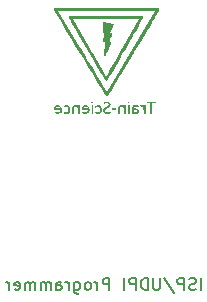
<source format=gbr>
%TF.GenerationSoftware,KiCad,Pcbnew,7.0.5*%
%TF.CreationDate,2023-08-19T22:28:29+02:00*%
%TF.ProjectId,programmer,70726f67-7261-46d6-9d65-722e6b696361,rev?*%
%TF.SameCoordinates,Original*%
%TF.FileFunction,Legend,Bot*%
%TF.FilePolarity,Positive*%
%FSLAX46Y46*%
G04 Gerber Fmt 4.6, Leading zero omitted, Abs format (unit mm)*
G04 Created by KiCad (PCBNEW 7.0.5) date 2023-08-19 22:28:29*
%MOMM*%
%LPD*%
G01*
G04 APERTURE LIST*
%ADD10C,0.150000*%
%ADD11R,1.700000X1.700000*%
%ADD12O,1.700000X1.700000*%
%ADD13R,1.000000X1.000000*%
%ADD14O,1.000000X1.000000*%
%ADD15C,1.000000*%
G04 APERTURE END LIST*
D10*
X98723220Y-74799819D02*
X98723220Y-73799819D01*
X98294649Y-74752200D02*
X98151792Y-74799819D01*
X98151792Y-74799819D02*
X97913697Y-74799819D01*
X97913697Y-74799819D02*
X97818459Y-74752200D01*
X97818459Y-74752200D02*
X97770840Y-74704580D01*
X97770840Y-74704580D02*
X97723221Y-74609342D01*
X97723221Y-74609342D02*
X97723221Y-74514104D01*
X97723221Y-74514104D02*
X97770840Y-74418866D01*
X97770840Y-74418866D02*
X97818459Y-74371247D01*
X97818459Y-74371247D02*
X97913697Y-74323628D01*
X97913697Y-74323628D02*
X98104173Y-74276009D01*
X98104173Y-74276009D02*
X98199411Y-74228390D01*
X98199411Y-74228390D02*
X98247030Y-74180771D01*
X98247030Y-74180771D02*
X98294649Y-74085533D01*
X98294649Y-74085533D02*
X98294649Y-73990295D01*
X98294649Y-73990295D02*
X98247030Y-73895057D01*
X98247030Y-73895057D02*
X98199411Y-73847438D01*
X98199411Y-73847438D02*
X98104173Y-73799819D01*
X98104173Y-73799819D02*
X97866078Y-73799819D01*
X97866078Y-73799819D02*
X97723221Y-73847438D01*
X97294649Y-74799819D02*
X97294649Y-73799819D01*
X97294649Y-73799819D02*
X96913697Y-73799819D01*
X96913697Y-73799819D02*
X96818459Y-73847438D01*
X96818459Y-73847438D02*
X96770840Y-73895057D01*
X96770840Y-73895057D02*
X96723221Y-73990295D01*
X96723221Y-73990295D02*
X96723221Y-74133152D01*
X96723221Y-74133152D02*
X96770840Y-74228390D01*
X96770840Y-74228390D02*
X96818459Y-74276009D01*
X96818459Y-74276009D02*
X96913697Y-74323628D01*
X96913697Y-74323628D02*
X97294649Y-74323628D01*
X95580364Y-73752200D02*
X96437506Y-75037914D01*
X95247030Y-73799819D02*
X95247030Y-74609342D01*
X95247030Y-74609342D02*
X95199411Y-74704580D01*
X95199411Y-74704580D02*
X95151792Y-74752200D01*
X95151792Y-74752200D02*
X95056554Y-74799819D01*
X95056554Y-74799819D02*
X94866078Y-74799819D01*
X94866078Y-74799819D02*
X94770840Y-74752200D01*
X94770840Y-74752200D02*
X94723221Y-74704580D01*
X94723221Y-74704580D02*
X94675602Y-74609342D01*
X94675602Y-74609342D02*
X94675602Y-73799819D01*
X94199411Y-74799819D02*
X94199411Y-73799819D01*
X94199411Y-73799819D02*
X93961316Y-73799819D01*
X93961316Y-73799819D02*
X93818459Y-73847438D01*
X93818459Y-73847438D02*
X93723221Y-73942676D01*
X93723221Y-73942676D02*
X93675602Y-74037914D01*
X93675602Y-74037914D02*
X93627983Y-74228390D01*
X93627983Y-74228390D02*
X93627983Y-74371247D01*
X93627983Y-74371247D02*
X93675602Y-74561723D01*
X93675602Y-74561723D02*
X93723221Y-74656961D01*
X93723221Y-74656961D02*
X93818459Y-74752200D01*
X93818459Y-74752200D02*
X93961316Y-74799819D01*
X93961316Y-74799819D02*
X94199411Y-74799819D01*
X93199411Y-74799819D02*
X93199411Y-73799819D01*
X93199411Y-73799819D02*
X92818459Y-73799819D01*
X92818459Y-73799819D02*
X92723221Y-73847438D01*
X92723221Y-73847438D02*
X92675602Y-73895057D01*
X92675602Y-73895057D02*
X92627983Y-73990295D01*
X92627983Y-73990295D02*
X92627983Y-74133152D01*
X92627983Y-74133152D02*
X92675602Y-74228390D01*
X92675602Y-74228390D02*
X92723221Y-74276009D01*
X92723221Y-74276009D02*
X92818459Y-74323628D01*
X92818459Y-74323628D02*
X93199411Y-74323628D01*
X92199411Y-74799819D02*
X92199411Y-73799819D01*
X90961316Y-74799819D02*
X90961316Y-73799819D01*
X90961316Y-73799819D02*
X90580364Y-73799819D01*
X90580364Y-73799819D02*
X90485126Y-73847438D01*
X90485126Y-73847438D02*
X90437507Y-73895057D01*
X90437507Y-73895057D02*
X90389888Y-73990295D01*
X90389888Y-73990295D02*
X90389888Y-74133152D01*
X90389888Y-74133152D02*
X90437507Y-74228390D01*
X90437507Y-74228390D02*
X90485126Y-74276009D01*
X90485126Y-74276009D02*
X90580364Y-74323628D01*
X90580364Y-74323628D02*
X90961316Y-74323628D01*
X89961316Y-74799819D02*
X89961316Y-74133152D01*
X89961316Y-74323628D02*
X89913697Y-74228390D01*
X89913697Y-74228390D02*
X89866078Y-74180771D01*
X89866078Y-74180771D02*
X89770840Y-74133152D01*
X89770840Y-74133152D02*
X89675602Y-74133152D01*
X89199411Y-74799819D02*
X89294649Y-74752200D01*
X89294649Y-74752200D02*
X89342268Y-74704580D01*
X89342268Y-74704580D02*
X89389887Y-74609342D01*
X89389887Y-74609342D02*
X89389887Y-74323628D01*
X89389887Y-74323628D02*
X89342268Y-74228390D01*
X89342268Y-74228390D02*
X89294649Y-74180771D01*
X89294649Y-74180771D02*
X89199411Y-74133152D01*
X89199411Y-74133152D02*
X89056554Y-74133152D01*
X89056554Y-74133152D02*
X88961316Y-74180771D01*
X88961316Y-74180771D02*
X88913697Y-74228390D01*
X88913697Y-74228390D02*
X88866078Y-74323628D01*
X88866078Y-74323628D02*
X88866078Y-74609342D01*
X88866078Y-74609342D02*
X88913697Y-74704580D01*
X88913697Y-74704580D02*
X88961316Y-74752200D01*
X88961316Y-74752200D02*
X89056554Y-74799819D01*
X89056554Y-74799819D02*
X89199411Y-74799819D01*
X88008935Y-74133152D02*
X88008935Y-74942676D01*
X88008935Y-74942676D02*
X88056554Y-75037914D01*
X88056554Y-75037914D02*
X88104173Y-75085533D01*
X88104173Y-75085533D02*
X88199411Y-75133152D01*
X88199411Y-75133152D02*
X88342268Y-75133152D01*
X88342268Y-75133152D02*
X88437506Y-75085533D01*
X88008935Y-74752200D02*
X88104173Y-74799819D01*
X88104173Y-74799819D02*
X88294649Y-74799819D01*
X88294649Y-74799819D02*
X88389887Y-74752200D01*
X88389887Y-74752200D02*
X88437506Y-74704580D01*
X88437506Y-74704580D02*
X88485125Y-74609342D01*
X88485125Y-74609342D02*
X88485125Y-74323628D01*
X88485125Y-74323628D02*
X88437506Y-74228390D01*
X88437506Y-74228390D02*
X88389887Y-74180771D01*
X88389887Y-74180771D02*
X88294649Y-74133152D01*
X88294649Y-74133152D02*
X88104173Y-74133152D01*
X88104173Y-74133152D02*
X88008935Y-74180771D01*
X87532744Y-74799819D02*
X87532744Y-74133152D01*
X87532744Y-74323628D02*
X87485125Y-74228390D01*
X87485125Y-74228390D02*
X87437506Y-74180771D01*
X87437506Y-74180771D02*
X87342268Y-74133152D01*
X87342268Y-74133152D02*
X87247030Y-74133152D01*
X86485125Y-74799819D02*
X86485125Y-74276009D01*
X86485125Y-74276009D02*
X86532744Y-74180771D01*
X86532744Y-74180771D02*
X86627982Y-74133152D01*
X86627982Y-74133152D02*
X86818458Y-74133152D01*
X86818458Y-74133152D02*
X86913696Y-74180771D01*
X86485125Y-74752200D02*
X86580363Y-74799819D01*
X86580363Y-74799819D02*
X86818458Y-74799819D01*
X86818458Y-74799819D02*
X86913696Y-74752200D01*
X86913696Y-74752200D02*
X86961315Y-74656961D01*
X86961315Y-74656961D02*
X86961315Y-74561723D01*
X86961315Y-74561723D02*
X86913696Y-74466485D01*
X86913696Y-74466485D02*
X86818458Y-74418866D01*
X86818458Y-74418866D02*
X86580363Y-74418866D01*
X86580363Y-74418866D02*
X86485125Y-74371247D01*
X86008934Y-74799819D02*
X86008934Y-74133152D01*
X86008934Y-74228390D02*
X85961315Y-74180771D01*
X85961315Y-74180771D02*
X85866077Y-74133152D01*
X85866077Y-74133152D02*
X85723220Y-74133152D01*
X85723220Y-74133152D02*
X85627982Y-74180771D01*
X85627982Y-74180771D02*
X85580363Y-74276009D01*
X85580363Y-74276009D02*
X85580363Y-74799819D01*
X85580363Y-74276009D02*
X85532744Y-74180771D01*
X85532744Y-74180771D02*
X85437506Y-74133152D01*
X85437506Y-74133152D02*
X85294649Y-74133152D01*
X85294649Y-74133152D02*
X85199410Y-74180771D01*
X85199410Y-74180771D02*
X85151791Y-74276009D01*
X85151791Y-74276009D02*
X85151791Y-74799819D01*
X84675601Y-74799819D02*
X84675601Y-74133152D01*
X84675601Y-74228390D02*
X84627982Y-74180771D01*
X84627982Y-74180771D02*
X84532744Y-74133152D01*
X84532744Y-74133152D02*
X84389887Y-74133152D01*
X84389887Y-74133152D02*
X84294649Y-74180771D01*
X84294649Y-74180771D02*
X84247030Y-74276009D01*
X84247030Y-74276009D02*
X84247030Y-74799819D01*
X84247030Y-74276009D02*
X84199411Y-74180771D01*
X84199411Y-74180771D02*
X84104173Y-74133152D01*
X84104173Y-74133152D02*
X83961316Y-74133152D01*
X83961316Y-74133152D02*
X83866077Y-74180771D01*
X83866077Y-74180771D02*
X83818458Y-74276009D01*
X83818458Y-74276009D02*
X83818458Y-74799819D01*
X82961316Y-74752200D02*
X83056554Y-74799819D01*
X83056554Y-74799819D02*
X83247030Y-74799819D01*
X83247030Y-74799819D02*
X83342268Y-74752200D01*
X83342268Y-74752200D02*
X83389887Y-74656961D01*
X83389887Y-74656961D02*
X83389887Y-74276009D01*
X83389887Y-74276009D02*
X83342268Y-74180771D01*
X83342268Y-74180771D02*
X83247030Y-74133152D01*
X83247030Y-74133152D02*
X83056554Y-74133152D01*
X83056554Y-74133152D02*
X82961316Y-74180771D01*
X82961316Y-74180771D02*
X82913697Y-74276009D01*
X82913697Y-74276009D02*
X82913697Y-74371247D01*
X82913697Y-74371247D02*
X83389887Y-74466485D01*
X82485125Y-74799819D02*
X82485125Y-74133152D01*
X82485125Y-74323628D02*
X82437506Y-74228390D01*
X82437506Y-74228390D02*
X82389887Y-74180771D01*
X82389887Y-74180771D02*
X82294649Y-74133152D01*
X82294649Y-74133152D02*
X82199411Y-74133152D01*
%TO.C,G\u002A\u002A\u002A*%
G36*
X92303943Y-59137988D02*
G01*
X92327392Y-59148787D01*
X92341621Y-59180124D01*
X92348933Y-59242962D01*
X92351630Y-59348262D01*
X92352018Y-59506985D01*
X92352018Y-59877200D01*
X92271536Y-59877200D01*
X92238209Y-59875724D01*
X92211355Y-59862601D01*
X92197311Y-59824642D01*
X92191927Y-59748664D01*
X92191054Y-59621485D01*
X92190958Y-59582304D01*
X92187770Y-59465262D01*
X92177291Y-59392461D01*
X92155783Y-59347920D01*
X92119506Y-59315654D01*
X92102149Y-59304399D01*
X92012620Y-59270399D01*
X91934725Y-59274444D01*
X91888669Y-59316462D01*
X91886712Y-59322840D01*
X91877781Y-59388366D01*
X91871501Y-59494739D01*
X91869128Y-59622292D01*
X91868674Y-59727007D01*
X91864568Y-59812522D01*
X91852641Y-59857257D01*
X91828723Y-59874415D01*
X91788646Y-59877200D01*
X91783476Y-59877194D01*
X91746976Y-59873987D01*
X91724716Y-59856328D01*
X91713174Y-59811734D01*
X91708830Y-59727722D01*
X91708165Y-59591808D01*
X91714075Y-59427568D01*
X91738135Y-59289150D01*
X91784639Y-59199519D01*
X91857743Y-59151213D01*
X91961604Y-59136769D01*
X91976048Y-59137050D01*
X92065205Y-59150219D01*
X92124255Y-59177010D01*
X92160168Y-59201107D01*
X92181665Y-59177010D01*
X92208750Y-59151507D01*
X92274219Y-59136769D01*
X92303943Y-59137988D01*
G37*
G36*
X91480697Y-59405845D02*
G01*
X91551403Y-59432919D01*
X91579394Y-59475406D01*
X91577883Y-59485965D01*
X91552379Y-59508353D01*
X91486268Y-59519841D01*
X91367781Y-59523081D01*
X91268351Y-59521672D01*
X91198453Y-59514260D01*
X91168951Y-59497166D01*
X91166845Y-59466744D01*
X91168713Y-59460014D01*
X91211283Y-59421266D01*
X91290737Y-59399600D01*
X91387175Y-59394599D01*
X91480697Y-59405845D01*
G37*
G36*
X89578562Y-58877361D02*
G01*
X89609833Y-58935565D01*
X89611714Y-58952786D01*
X89598546Y-58996959D01*
X89539300Y-59007999D01*
X89485002Y-59002300D01*
X89436463Y-58966248D01*
X89442576Y-58896528D01*
X89466557Y-58864565D01*
X89522317Y-58851714D01*
X89578562Y-58877361D01*
G37*
G36*
X92669057Y-58877361D02*
G01*
X92700328Y-58935565D01*
X92702208Y-58952786D01*
X92689040Y-58996959D01*
X92629794Y-59007999D01*
X92575497Y-59002300D01*
X92526957Y-58966248D01*
X92533070Y-58896528D01*
X92557051Y-58864565D01*
X92612811Y-58851714D01*
X92669057Y-58877361D01*
G37*
G36*
X86963062Y-59407000D02*
G01*
X86967043Y-59578890D01*
X86962990Y-59609586D01*
X86929673Y-59722779D01*
X86864543Y-59803705D01*
X86851593Y-59813820D01*
X86763060Y-59854354D01*
X86652826Y-59874154D01*
X86537745Y-59874338D01*
X86434676Y-59856024D01*
X86360473Y-59820331D01*
X86331992Y-59768376D01*
X86332595Y-59761067D01*
X86352625Y-59739300D01*
X86410476Y-59732706D01*
X86518940Y-59739295D01*
X86594509Y-59743072D01*
X86718577Y-59726168D01*
X86791215Y-59673960D01*
X86814882Y-59585167D01*
X86814110Y-59570882D01*
X86801383Y-59545313D01*
X86762931Y-59530892D01*
X86685877Y-59524517D01*
X86557341Y-59523081D01*
X86299800Y-59523081D01*
X86299800Y-59424027D01*
X86311096Y-59368557D01*
X86460763Y-59368557D01*
X86476534Y-59379152D01*
X86540846Y-59390076D01*
X86637822Y-59394311D01*
X86710663Y-59392017D01*
X86785767Y-59382662D01*
X86814882Y-59368557D01*
X86797398Y-59325073D01*
X86732491Y-59282306D01*
X86637822Y-59265540D01*
X86563085Y-59275712D01*
X86489579Y-59313477D01*
X86460763Y-59368557D01*
X86311096Y-59368557D01*
X86317427Y-59337471D01*
X86384589Y-59236669D01*
X86486043Y-59164419D01*
X86604752Y-59136769D01*
X86669651Y-59140482D01*
X86811413Y-59184192D01*
X86910201Y-59274233D01*
X86947756Y-59368557D01*
X86963062Y-59407000D01*
G37*
G36*
X90543584Y-52109055D02*
G01*
X90650767Y-52131861D01*
X90751350Y-52155620D01*
X90868498Y-52181490D01*
X90951637Y-52197793D01*
X91073236Y-52219750D01*
X91211330Y-52252223D01*
X91298583Y-52285145D01*
X91329770Y-52305406D01*
X91337596Y-52338893D01*
X91308486Y-52402058D01*
X91278421Y-52461127D01*
X91232304Y-52557113D01*
X91178888Y-52671502D01*
X91125168Y-52788987D01*
X91078137Y-52894260D01*
X91044789Y-52972014D01*
X91032119Y-53006939D01*
X91041380Y-53014074D01*
X91090351Y-53020166D01*
X91130176Y-53026492D01*
X91203165Y-53060407D01*
X91218994Y-53072772D01*
X91239542Y-53102801D01*
X91231917Y-53148076D01*
X91195132Y-53229418D01*
X91155393Y-53313681D01*
X91106778Y-53420347D01*
X91056601Y-53532885D01*
X91011966Y-53635197D01*
X90979976Y-53711185D01*
X90967734Y-53744752D01*
X90980087Y-53752883D01*
X91031957Y-53769882D01*
X91048712Y-53774961D01*
X91097591Y-53808444D01*
X91110862Y-53868132D01*
X91088483Y-53963145D01*
X91030412Y-54102598D01*
X90971724Y-54230375D01*
X90913959Y-54356942D01*
X90870615Y-54452739D01*
X90829819Y-54543386D01*
X90772889Y-54669417D01*
X90714281Y-54798810D01*
X90665947Y-54898317D01*
X90609388Y-54988226D01*
X90567957Y-55015590D01*
X90541601Y-54980388D01*
X90530268Y-54882598D01*
X90533906Y-54722196D01*
X90537886Y-54652403D01*
X90546180Y-54503500D01*
X90555639Y-54330671D01*
X90564896Y-54158771D01*
X90584005Y-53800418D01*
X90499617Y-53779238D01*
X90494672Y-53777961D01*
X90454504Y-53760997D01*
X90433203Y-53728791D01*
X90429919Y-53669527D01*
X90443804Y-53571393D01*
X90474010Y-53422574D01*
X90478827Y-53399954D01*
X90508958Y-53248284D01*
X90522833Y-53145164D01*
X90520154Y-53078271D01*
X90500626Y-53035286D01*
X90463953Y-53003888D01*
X90461111Y-53002021D01*
X90431176Y-52979265D01*
X90411207Y-52950066D01*
X90399580Y-52902841D01*
X90394670Y-52826007D01*
X90394853Y-52707980D01*
X90398506Y-52537178D01*
X90399185Y-52510545D01*
X90404677Y-52356056D01*
X90411793Y-52227829D01*
X90419688Y-52138569D01*
X90427518Y-52100982D01*
X90462913Y-52098110D01*
X90543584Y-52109055D01*
G37*
G36*
X89280933Y-59407000D02*
G01*
X89284913Y-59578890D01*
X89280861Y-59609586D01*
X89247544Y-59722779D01*
X89182414Y-59803705D01*
X89169464Y-59813820D01*
X89080931Y-59854354D01*
X88970696Y-59874154D01*
X88855616Y-59874338D01*
X88752546Y-59856024D01*
X88678343Y-59820331D01*
X88649863Y-59768376D01*
X88650465Y-59761067D01*
X88670496Y-59739300D01*
X88728347Y-59732706D01*
X88836811Y-59739295D01*
X88912380Y-59743072D01*
X89036448Y-59726168D01*
X89109086Y-59673960D01*
X89132753Y-59585167D01*
X89131980Y-59570882D01*
X89119254Y-59545313D01*
X89080802Y-59530892D01*
X89003747Y-59524517D01*
X88875212Y-59523081D01*
X88617670Y-59523081D01*
X88617670Y-59424027D01*
X88628967Y-59368557D01*
X88778634Y-59368557D01*
X88794405Y-59379152D01*
X88858717Y-59390076D01*
X88955693Y-59394311D01*
X89028534Y-59392017D01*
X89103637Y-59382662D01*
X89132753Y-59368557D01*
X89115269Y-59325073D01*
X89050361Y-59282306D01*
X88955693Y-59265540D01*
X88880956Y-59275712D01*
X88807450Y-59313477D01*
X88778634Y-59368557D01*
X88628967Y-59368557D01*
X88635298Y-59337471D01*
X88702460Y-59236669D01*
X88803914Y-59164419D01*
X88922623Y-59136769D01*
X88987522Y-59140482D01*
X89129284Y-59184192D01*
X89228072Y-59274233D01*
X89265627Y-59368557D01*
X89280933Y-59407000D01*
G37*
G36*
X92706137Y-59877200D02*
G01*
X92545174Y-59877200D01*
X92545174Y-59136769D01*
X92706137Y-59136769D01*
X92706137Y-59877200D01*
G37*
G36*
X90833545Y-58858551D02*
G01*
X90953050Y-58908279D01*
X91031625Y-58987715D01*
X91063703Y-59086357D01*
X91043715Y-59193707D01*
X90966095Y-59299264D01*
X90947912Y-59315568D01*
X90866092Y-59376866D01*
X90797083Y-59412566D01*
X90767151Y-59423271D01*
X90675182Y-59482964D01*
X90622659Y-59561595D01*
X90616147Y-59644370D01*
X90662212Y-59716493D01*
X90672171Y-59723264D01*
X90753009Y-59741002D01*
X90875064Y-59732359D01*
X91024071Y-59698064D01*
X91072108Y-59694068D01*
X91097312Y-59721510D01*
X91081630Y-59771052D01*
X91024956Y-59827086D01*
X90952362Y-59858597D01*
X90828995Y-59875193D01*
X90696443Y-59865535D01*
X90582505Y-59829471D01*
X90513918Y-59774535D01*
X90454175Y-59672564D01*
X90435510Y-59570135D01*
X90461286Y-59470193D01*
X90541892Y-59381305D01*
X90682028Y-59295699D01*
X90759544Y-59252443D01*
X90858966Y-59172245D01*
X90896040Y-59095183D01*
X90869874Y-59022550D01*
X90867325Y-59019703D01*
X90808866Y-58989818D01*
X90725363Y-58976888D01*
X90645389Y-58982439D01*
X90597518Y-59007999D01*
X90556666Y-59038789D01*
X90507818Y-59027914D01*
X90484844Y-58976939D01*
X90484846Y-58976335D01*
X90514524Y-58907240D01*
X90597550Y-58862771D01*
X90726289Y-58847036D01*
X90833545Y-58858551D01*
G37*
G36*
X94591250Y-58847161D02*
G01*
X94729928Y-58848892D01*
X94818901Y-58853863D01*
X94868335Y-58863589D01*
X94888399Y-58879588D01*
X94889260Y-58903373D01*
X94876923Y-58930105D01*
X94826526Y-58956408D01*
X94725936Y-58969522D01*
X94573310Y-58979334D01*
X94573310Y-59877200D01*
X94412347Y-59877200D01*
X94412347Y-58975806D01*
X94267480Y-58975806D01*
X94257073Y-58975782D01*
X94171451Y-58970683D01*
X94132092Y-58951657D01*
X94122613Y-58911421D01*
X94124076Y-58892024D01*
X94136582Y-58871129D01*
X94170918Y-58857945D01*
X94237722Y-58850709D01*
X94347632Y-58847660D01*
X94511286Y-58847036D01*
X94591250Y-58847161D01*
G37*
G36*
X89615643Y-59877200D02*
G01*
X89454679Y-59877200D01*
X89454679Y-59136769D01*
X89615643Y-59136769D01*
X89615643Y-59877200D01*
G37*
G36*
X94026035Y-59877200D02*
G01*
X93945554Y-59877200D01*
X93920154Y-59876549D01*
X93888963Y-59866539D01*
X93872538Y-59833440D01*
X93866151Y-59763488D01*
X93865072Y-59642919D01*
X93864820Y-59610100D01*
X93852100Y-59449385D01*
X93817695Y-59342818D01*
X93758170Y-59283752D01*
X93670091Y-59265540D01*
X93648283Y-59265013D01*
X93590873Y-59248633D01*
X93575338Y-59201155D01*
X93582379Y-59173259D01*
X93630967Y-59140074D01*
X93710476Y-59138196D01*
X93802803Y-59170095D01*
X93845366Y-59186977D01*
X93865072Y-59170095D01*
X93885060Y-59148174D01*
X93945554Y-59136769D01*
X94026035Y-59136769D01*
X94026035Y-59877200D01*
G37*
G36*
X90117433Y-59151527D02*
G01*
X90221064Y-59212042D01*
X90286751Y-59322108D01*
X90317202Y-59484733D01*
X90322713Y-59593215D01*
X90315230Y-59665703D01*
X90287720Y-59719957D01*
X90233554Y-59779323D01*
X90199466Y-59811169D01*
X90113060Y-59863144D01*
X90007997Y-59877200D01*
X89906725Y-59863981D01*
X89815321Y-59823764D01*
X89760367Y-59766108D01*
X89755812Y-59700773D01*
X89767442Y-59673932D01*
X89790874Y-59661129D01*
X89836149Y-59695759D01*
X89837132Y-59696642D01*
X89926829Y-59740772D01*
X90028351Y-59741246D01*
X90112329Y-59697841D01*
X90115808Y-59694116D01*
X90150068Y-59618813D01*
X90162918Y-59506985D01*
X90162829Y-59497249D01*
X90148026Y-59387454D01*
X90112329Y-59316129D01*
X90111452Y-59315260D01*
X90027046Y-59272442D01*
X89925489Y-59273500D01*
X89836149Y-59318211D01*
X89807791Y-59342557D01*
X89777095Y-59351981D01*
X89755812Y-59313197D01*
X89757199Y-59255548D01*
X89806885Y-59196368D01*
X89893844Y-59153371D01*
X90003726Y-59136769D01*
X90117433Y-59151527D01*
G37*
G36*
X87445443Y-59151527D02*
G01*
X87549074Y-59212042D01*
X87614761Y-59322108D01*
X87645213Y-59484733D01*
X87650723Y-59593215D01*
X87643240Y-59665703D01*
X87615730Y-59719957D01*
X87561565Y-59779323D01*
X87527476Y-59811169D01*
X87441070Y-59863144D01*
X87336007Y-59877200D01*
X87234735Y-59863981D01*
X87143331Y-59823764D01*
X87088377Y-59766108D01*
X87083822Y-59700773D01*
X87095453Y-59673932D01*
X87118884Y-59661129D01*
X87164159Y-59695759D01*
X87165143Y-59696642D01*
X87254839Y-59740772D01*
X87356361Y-59741246D01*
X87440339Y-59697841D01*
X87450905Y-59685043D01*
X87481926Y-59602032D01*
X87490505Y-59493878D01*
X87476643Y-59389078D01*
X87440339Y-59316129D01*
X87439462Y-59315260D01*
X87355057Y-59272442D01*
X87253499Y-59273500D01*
X87164159Y-59318211D01*
X87135801Y-59342557D01*
X87105105Y-59351981D01*
X87083822Y-59313197D01*
X87085209Y-59255548D01*
X87134895Y-59196368D01*
X87221854Y-59153371D01*
X87331736Y-59136769D01*
X87445443Y-59151527D01*
G37*
G36*
X88408632Y-59137988D02*
G01*
X88432082Y-59148787D01*
X88446311Y-59180124D01*
X88453622Y-59242962D01*
X88456320Y-59348262D01*
X88456707Y-59506985D01*
X88456707Y-59877200D01*
X88376226Y-59877200D01*
X88342899Y-59875724D01*
X88316045Y-59862601D01*
X88302001Y-59824642D01*
X88296617Y-59748664D01*
X88295744Y-59621485D01*
X88295648Y-59582304D01*
X88292459Y-59465262D01*
X88281981Y-59392461D01*
X88260472Y-59347920D01*
X88224196Y-59315654D01*
X88206838Y-59304399D01*
X88117310Y-59270399D01*
X88039414Y-59274444D01*
X87993358Y-59316462D01*
X87991401Y-59322840D01*
X87982470Y-59388366D01*
X87976190Y-59494739D01*
X87973817Y-59622292D01*
X87973363Y-59727007D01*
X87969258Y-59812522D01*
X87957330Y-59857257D01*
X87933413Y-59874415D01*
X87893336Y-59877200D01*
X87888166Y-59877194D01*
X87851666Y-59873987D01*
X87829405Y-59856328D01*
X87817863Y-59811734D01*
X87813520Y-59727722D01*
X87812854Y-59591808D01*
X87818764Y-59427568D01*
X87842825Y-59289150D01*
X87889329Y-59199519D01*
X87962433Y-59151213D01*
X88066293Y-59136769D01*
X88080737Y-59137050D01*
X88169895Y-59150219D01*
X88228944Y-59177010D01*
X88264858Y-59201107D01*
X88286354Y-59177010D01*
X88313439Y-59151507D01*
X88378908Y-59136769D01*
X88408632Y-59137988D01*
G37*
G36*
X93509800Y-59656537D02*
G01*
X93495997Y-59752657D01*
X93441052Y-59825932D01*
X93393337Y-59848617D01*
X93289055Y-59866821D01*
X93132320Y-59870021D01*
X92893488Y-59865149D01*
X92902949Y-59609009D01*
X93060256Y-59609009D01*
X93065663Y-59646033D01*
X93098887Y-59709799D01*
X93140907Y-59735034D01*
X93219587Y-59747708D01*
X93295211Y-59734887D01*
X93339178Y-59697977D01*
X93341371Y-59640434D01*
X93289613Y-59595669D01*
X93178200Y-59565989D01*
X93107399Y-59557870D01*
X93069113Y-59569273D01*
X93060256Y-59609009D01*
X92902949Y-59609009D01*
X92904439Y-59568661D01*
X92907750Y-59495881D01*
X92923189Y-59341138D01*
X92953297Y-59237404D01*
X93004525Y-59175130D01*
X93083320Y-59144768D01*
X93196132Y-59136769D01*
X93231023Y-59137364D01*
X93363633Y-59154257D01*
X93448723Y-59192209D01*
X93478760Y-59248250D01*
X93478575Y-59252278D01*
X93460746Y-59275184D01*
X93404931Y-59281973D01*
X93298538Y-59274480D01*
X93200247Y-59267689D01*
X93126450Y-59274964D01*
X93089779Y-59300951D01*
X93067171Y-59347663D01*
X93068730Y-59404832D01*
X93116593Y-59426683D01*
X93178848Y-59432723D01*
X93289053Y-59459717D01*
X93392915Y-59499608D01*
X93461578Y-59542690D01*
X93480410Y-59565887D01*
X93504579Y-59640434D01*
X93509800Y-59656537D01*
G37*
G36*
X95087319Y-51276634D02*
G01*
X95018391Y-51400603D01*
X94931544Y-51553190D01*
X94825239Y-51737043D01*
X94697940Y-51954812D01*
X94548107Y-52209146D01*
X94374204Y-52502693D01*
X94174692Y-52838103D01*
X93948035Y-53218024D01*
X93692693Y-53645106D01*
X93407130Y-54121996D01*
X93089808Y-54651344D01*
X93026249Y-54757324D01*
X92762652Y-55196804D01*
X92508181Y-55620988D01*
X92264834Y-56026547D01*
X92034611Y-56410155D01*
X91819509Y-56768484D01*
X91621527Y-57098208D01*
X91442662Y-57396000D01*
X91284914Y-57658531D01*
X91150280Y-57882476D01*
X91040758Y-58064508D01*
X90958348Y-58201298D01*
X90905047Y-58289521D01*
X90882854Y-58325849D01*
X90834237Y-58376194D01*
X90751048Y-58390234D01*
X90745308Y-58388830D01*
X90728270Y-58378488D01*
X90705050Y-58356107D01*
X90673962Y-58318991D01*
X90633317Y-58264444D01*
X90581427Y-58189771D01*
X90516606Y-58092274D01*
X90437164Y-57969259D01*
X90341414Y-57818029D01*
X90227668Y-57635888D01*
X90094239Y-57420141D01*
X89939439Y-57168091D01*
X89761579Y-56877044D01*
X89558972Y-56544302D01*
X89329931Y-56167170D01*
X89072766Y-55742951D01*
X88785792Y-55268951D01*
X88467319Y-54742473D01*
X88424932Y-54672373D01*
X88083669Y-54107468D01*
X87775101Y-53595665D01*
X87498308Y-53135404D01*
X87252369Y-52725125D01*
X87036366Y-52363265D01*
X86849377Y-52048265D01*
X86690483Y-51778564D01*
X86558764Y-51552600D01*
X86453299Y-51368813D01*
X86373169Y-51225643D01*
X86360133Y-51201282D01*
X86629267Y-51201282D01*
X88420237Y-54163660D01*
X88629284Y-54509436D01*
X88873156Y-54912804D01*
X89109827Y-55304256D01*
X89336687Y-55679472D01*
X89551125Y-56034135D01*
X89750530Y-56363926D01*
X89932290Y-56664527D01*
X90093795Y-56931620D01*
X90232434Y-57160887D01*
X90345595Y-57348010D01*
X90430669Y-57488669D01*
X90485043Y-57578549D01*
X90758880Y-58031058D01*
X94856624Y-51201282D01*
X92799505Y-51192997D01*
X92718962Y-51192685D01*
X92264510Y-51191298D01*
X91764428Y-51190318D01*
X91234433Y-51189746D01*
X90690241Y-51189581D01*
X90147568Y-51189824D01*
X89622130Y-51190474D01*
X89129644Y-51191532D01*
X88685826Y-51192997D01*
X86629267Y-51201282D01*
X86360133Y-51201282D01*
X86317454Y-51121528D01*
X86285234Y-51054908D01*
X86275588Y-51024222D01*
X86283703Y-50943740D01*
X90733144Y-50935579D01*
X91329718Y-50934499D01*
X91895326Y-50933537D01*
X92402771Y-50932786D01*
X92855236Y-50932284D01*
X93255905Y-50932070D01*
X93607962Y-50932182D01*
X93914592Y-50932657D01*
X94178980Y-50933534D01*
X94404308Y-50934852D01*
X94593762Y-50936648D01*
X94750525Y-50938961D01*
X94877782Y-50941828D01*
X94978717Y-50945288D01*
X95056514Y-50949379D01*
X95114357Y-50954140D01*
X95155430Y-50959608D01*
X95182918Y-50965821D01*
X95200005Y-50972819D01*
X95209875Y-50980638D01*
X95215712Y-50989317D01*
X95216984Y-50993349D01*
X95214588Y-51013961D01*
X95201961Y-51049947D01*
X95177566Y-51103955D01*
X95139864Y-51178635D01*
X95127721Y-51201282D01*
X95087319Y-51276634D01*
G37*
G36*
X93759719Y-51882184D02*
G01*
X93680787Y-52031073D01*
X93575520Y-52223575D01*
X93442981Y-52461366D01*
X93282234Y-52746123D01*
X93092343Y-53079524D01*
X92872371Y-53463245D01*
X92621382Y-53898962D01*
X92338439Y-54388354D01*
X92289932Y-54472120D01*
X92073243Y-54846143D01*
X91865855Y-55203831D01*
X91670060Y-55541244D01*
X91488153Y-55854441D01*
X91322426Y-56139482D01*
X91175173Y-56392428D01*
X91048688Y-56609339D01*
X90945262Y-56786274D01*
X90867191Y-56919294D01*
X90816767Y-57004458D01*
X90796283Y-57037827D01*
X90756828Y-57062333D01*
X90682969Y-57070019D01*
X90673686Y-57067271D01*
X90653663Y-57053318D01*
X90626629Y-57024943D01*
X90590638Y-56978973D01*
X90543739Y-56912233D01*
X90483986Y-56821552D01*
X90409428Y-56703755D01*
X90318119Y-56555670D01*
X90208109Y-56374124D01*
X90077450Y-56155942D01*
X89924193Y-55897953D01*
X89746390Y-55596982D01*
X89542093Y-55249857D01*
X89309353Y-54853404D01*
X89046222Y-54404450D01*
X88797297Y-53978970D01*
X88536813Y-53532321D01*
X88307789Y-53137872D01*
X88109313Y-52794011D01*
X87940474Y-52499128D01*
X87800359Y-52251610D01*
X87688059Y-52049845D01*
X87602661Y-51892220D01*
X87578356Y-51845134D01*
X87848753Y-51845134D01*
X89256654Y-54250177D01*
X89426203Y-54539713D01*
X89630368Y-54888092D01*
X89823448Y-55217265D01*
X90003065Y-55523190D01*
X90166839Y-55801826D01*
X90312391Y-56049130D01*
X90437342Y-56261061D01*
X90539313Y-56433577D01*
X90615924Y-56562637D01*
X90664797Y-56644197D01*
X90683551Y-56674218D01*
X90697109Y-56657326D01*
X90740889Y-56589149D01*
X90812496Y-56472481D01*
X90909586Y-56311287D01*
X91029814Y-56109530D01*
X91170836Y-55871174D01*
X91330308Y-55600185D01*
X91505885Y-55300526D01*
X91695222Y-54976162D01*
X91895976Y-54631056D01*
X92105803Y-54269175D01*
X93509057Y-51845134D01*
X92093529Y-51836751D01*
X91801334Y-51835322D01*
X91390992Y-51834062D01*
X90950337Y-51833402D01*
X90498309Y-51833341D01*
X90053847Y-51833879D01*
X89635890Y-51835016D01*
X89263377Y-51836751D01*
X87848753Y-51845134D01*
X87578356Y-51845134D01*
X87543252Y-51777125D01*
X87508923Y-51702948D01*
X87498761Y-51668075D01*
X87507024Y-51587593D01*
X93848976Y-51587593D01*
X93848640Y-51684171D01*
X93842325Y-51708537D01*
X93813253Y-51775231D01*
X93778264Y-51845134D01*
X93759719Y-51882184D01*
G37*
%TD*%
%LPC*%
D11*
%TO.C,J3*%
X87687000Y-68565000D03*
D12*
X87687000Y-66025000D03*
X87687000Y-63485000D03*
%TD*%
D11*
%TO.C,J4*%
X95000000Y-79380000D03*
D12*
X95000000Y-81920000D03*
X95000000Y-84460000D03*
X95000000Y-87000000D03*
X95000000Y-89540000D03*
%TD*%
D11*
%TO.C,J5*%
X85725000Y-44831000D03*
D12*
X88265000Y-44831000D03*
X90805000Y-44831000D03*
X93345000Y-44831000D03*
X95885000Y-44831000D03*
X98425000Y-44831000D03*
%TD*%
D11*
%TO.C,SW101*%
X96901000Y-67056000D03*
D12*
X99441000Y-67056000D03*
X101981000Y-67056000D03*
%TD*%
D11*
%TO.C,SW2*%
X96901000Y-71247000D03*
D12*
X99441000Y-71247000D03*
X101981000Y-71247000D03*
%TD*%
D13*
%TO.C,U1*%
X80762000Y-50678000D03*
D14*
X82032000Y-50678000D03*
X80762000Y-49408000D03*
X82032000Y-49408000D03*
X80762000Y-48138000D03*
X82032000Y-48138000D03*
%TD*%
D15*
%TO.C,J1*%
X83800000Y-85666000D03*
X88200000Y-85666000D03*
%TD*%
D11*
%TO.C,J2*%
X102235000Y-48535000D03*
D12*
X99695000Y-48535000D03*
X102235000Y-51075000D03*
X99695000Y-51075000D03*
X102235000Y-53615000D03*
X99695000Y-53615000D03*
%TD*%
%LPD*%
M02*

</source>
